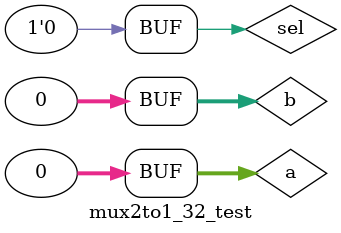
<source format=v>
`timescale 1ns / 1ps


module mux2to1_32_test;

	// Inputs
	reg [31:0] a;
	reg [31:0] b;
	reg sel;

	// Outputs
	wire [31:0] o;

	// Instantiate the Unit Under Test (UUT)
	mux2to1_32 uut (
		.a(a), 
		.b(b), 
		.sel(sel), 
		.o(o)
	);

	initial begin
		// Initialize Inputs
		a = 0;
		b = 0;
		sel = 0;

		// Wait 100 ns for global reset to finish
		#100;
        
		// Add stimulus here

	end
      
endmodule


</source>
